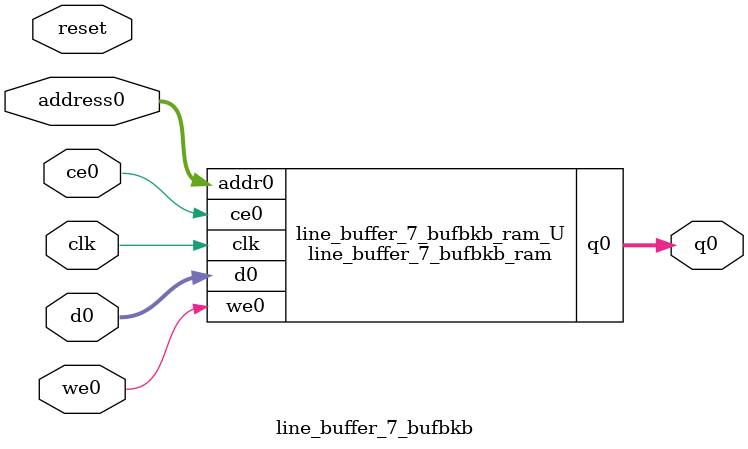
<source format=v>

`timescale 1 ns / 1 ps
module line_buffer_7_bufbkb_ram (addr0, ce0, d0, we0, q0,  clk);

parameter DWIDTH = 16;
parameter AWIDTH = 12;
parameter MEM_SIZE = 4096;

input[AWIDTH-1:0] addr0;
input ce0;
input[DWIDTH-1:0] d0;
input we0;
output reg[DWIDTH-1:0] q0;
input clk;

(* ram_style = "block" *)reg [DWIDTH-1:0] ram[0:MEM_SIZE-1];




always @(posedge clk)  
begin 
    if (ce0) 
    begin
        if (we0) 
        begin 
            ram[addr0] <= d0; 
            q0 <= d0;
        end 
        else 
            q0 <= ram[addr0];
    end
end


endmodule


`timescale 1 ns / 1 ps
module line_buffer_7_bufbkb(
    reset,
    clk,
    address0,
    ce0,
    we0,
    d0,
    q0);

parameter DataWidth = 32'd16;
parameter AddressRange = 32'd4096;
parameter AddressWidth = 32'd12;
input reset;
input clk;
input[AddressWidth - 1:0] address0;
input ce0;
input we0;
input[DataWidth - 1:0] d0;
output[DataWidth - 1:0] q0;



line_buffer_7_bufbkb_ram line_buffer_7_bufbkb_ram_U(
    .clk( clk ),
    .addr0( address0 ),
    .ce0( ce0 ),
    .d0( d0 ),
    .we0( we0 ),
    .q0( q0 ));

endmodule


</source>
